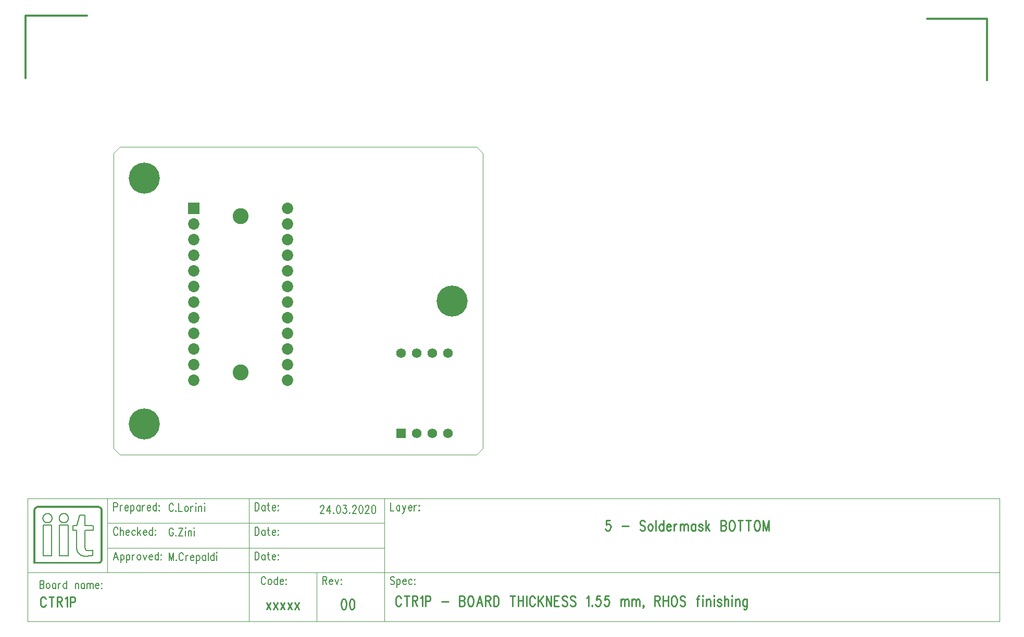
<source format=gbr>
*
*
G04 PADS VX.2.5 Build Number: 14503874 generated Gerber (RS-274-X) file*
G04 PC Version=2.1*
*
%IN "PCB_CTR1P_03.pcb"*%
*
%MOIN*%
*
%FSLAX35Y35*%
*
*
*
*
G04 PC Standard Apertures*
*
*
G04 Thermal Relief Aperture macro.*
%AMTER*
1,1,$1,0,0*
1,0,$1-$2,0,0*
21,0,$3,$4,0,0,45*
21,0,$3,$4,0,0,135*
%
*
*
G04 Annular Aperture macro.*
%AMANN*
1,1,$1,0,0*
1,0,$2,0,0*
%
*
*
G04 Odd Aperture macro.*
%AMODD*
1,1,$1,0,0*
1,0,$1-0.005,0,0*
%
*
*
G04 PC Custom Aperture Macros*
*
*
*
*
*
*
G04 PC Aperture Table*
*
%ADD010C,0.00394*%
%ADD014C,0.00591*%
%ADD016C,0.01*%
%ADD028C,0.001*%
%ADD037C,0.01181*%
%ADD052C,0.00787*%
%ADD056C,0.07287*%
%ADD067C,0.00591*%
%ADD068C,0.00591*%
%ADD081C,0.19885*%
%ADD084R,0.07287X0.07287*%
%ADD085C,0.102*%
%ADD087R,0.062X0.062*%
%ADD088C,0.062*%
*
*
*
*
G04 PC Circuitry*
G04 Layer Name PCB_CTR1P_03.pcb - circuitry*
%LPD*%
*
*
G04 PC Custom Flashes*
G04 Layer Name PCB_CTR1P_03.pcb - flashes*
%LPD*%
*
*
G04 PC Circuitry*
G04 Layer Name PCB_CTR1P_03.pcb - circuitry*
%LPD*%
*
G54D10*
G01X57087Y299866D02*
X61024Y303803D01*
X289370*
X293307Y299866*
Y110890*
X289370Y106953*
X61024*
X57087Y110890*
Y299866*
X2008Y78937D02*
X624055D01*
Y197*
X2008*
Y78937*
Y31693D02*
X53189D01*
Y78937*
X2008*
Y31693*
X53189Y47441D02*
X143740D01*
Y63189*
X53189*
Y47441*
Y31693D02*
X143740D01*
Y47441*
X53189*
Y31693*
X230354D02*
X624055D01*
Y78937*
X230354*
Y31693*
Y197D02*
X624055D01*
Y31693*
X230354*
Y197*
X143740D02*
X187047D01*
Y31693*
X143740*
Y197*
Y63189D02*
X230354D01*
Y78937*
X143740*
Y63189*
Y47441D02*
X230354D01*
Y63189*
X143740*
Y47441*
Y31693D02*
X230354D01*
Y47441*
X143740*
Y31693*
G54D14*
X57126Y76230D02*
Y71063D01*
Y76230D02*
X58737D01*
X59273Y75984*
X59452Y75738*
X59631Y75246*
Y74508*
X59452Y74016*
X59273Y73770*
X58737Y73524*
X57126*
X61242Y74508D02*
Y71063D01*
Y73031D02*
X61421Y73770D01*
X61779Y74262*
X62137Y74508*
X62674*
X64284Y73031D02*
X66432D01*
Y73524*
X66253Y74016*
X66074Y74262*
X65716Y74508*
X65179*
X64821Y74262*
X64463Y73770*
X64284Y73031*
Y72539*
X64463Y71801*
X64821Y71309*
X65179Y71063*
X65716*
X66074Y71309*
X66432Y71801*
X68042Y74508D02*
Y69341D01*
Y73770D02*
X68400Y74262D01*
X68758Y74508*
X69295*
X69653Y74262*
X70011Y73770*
X70190Y73031*
Y72539*
X70011Y71801*
X69653Y71309*
X69295Y71063*
X68758*
X68400Y71309*
X68042Y71801*
X73948Y74508D02*
Y71063D01*
Y73770D02*
X73590Y74262D01*
X73232Y74508*
X72695*
X72337Y74262*
X71979Y73770*
X71800Y73031*
Y72539*
X71979Y71801*
X72337Y71309*
X72695Y71063*
X73232*
X73590Y71309*
X73948Y71801*
X75558Y74508D02*
Y71063D01*
Y73031D02*
X75737Y73770D01*
X76095Y74262*
X76453Y74508*
X76990*
X78601Y73031D02*
X80748D01*
Y73524*
X80569Y74016*
X80390Y74262*
X80032Y74508*
X79495*
X79137Y74262*
X78780Y73770*
X78601Y73031*
Y72539*
X78780Y71801*
X79137Y71309*
X79495Y71063*
X80032*
X80390Y71309*
X80748Y71801*
X84506Y76230D02*
Y71063D01*
Y73770D02*
X84148Y74262D01*
X83790Y74508*
X83253*
X82895Y74262*
X82538Y73770*
X82359Y73031*
Y72539*
X82538Y71801*
X82895Y71309*
X83253Y71063*
X83790*
X84148Y71309*
X84506Y71801*
X86296Y74508D02*
X86117Y74262D01*
X86296Y74016*
X86475Y74262*
X86296Y74508*
Y71555D02*
X86117Y71309D01*
X86296Y71063*
X86475Y71309*
X86296Y71555*
X59810Y59252D02*
X59631Y59744D01*
X59273Y60236*
X58916Y60482*
X58200*
X57842Y60236*
X57484Y59744*
X57305Y59252*
X57126Y58514*
Y57283*
X57305Y56545*
X57484Y56053*
X57842Y55561*
X58200Y55315*
X58916*
X59273Y55561*
X59631Y56053*
X59810Y56545*
X61421Y60482D02*
Y55315D01*
Y57776D02*
X61958Y58514D01*
X62316Y58760*
X62853*
X63210Y58514*
X63389Y57776*
Y55315*
X65000Y57283D02*
X67147D01*
Y57776*
X66968Y58268*
X66968D02*
X66790Y58514D01*
X66432Y58760*
X65895*
X65537Y58514*
X65179Y58022*
X65000Y57283*
Y56791*
X65179Y56053*
X65537Y55561*
X65895Y55315*
X66432*
X66790Y55561*
X67147Y56053*
X70906Y58022D02*
X70548Y58514D01*
X70190Y58760*
X69653*
X69295Y58514*
X68937Y58022*
X68758Y57283*
Y56791*
X68937Y56053*
X69295Y55561*
X69653Y55315*
X70190*
X70548Y55561*
X70906Y56053*
X72516Y60482D02*
Y55315D01*
X74306Y58760D02*
X72516Y56299D01*
X73232Y57283D02*
X74485Y55315D01*
X76095Y57283D02*
X78243D01*
Y57776*
X78064Y58268*
X77885Y58514*
X77527Y58760*
X76990*
X76632Y58514*
X76274Y58022*
X76095Y57283*
Y56791*
X76274Y56053*
X76632Y55561*
X76990Y55315*
X77527*
X77885Y55561*
X78243Y56053*
X82001Y60482D02*
Y55315D01*
Y58022D02*
X81643Y58514D01*
X81285Y58760*
X80748*
X80390Y58514*
X80032Y58022*
X79853Y57283*
Y56791*
X80032Y56053*
X80390Y55561*
X80748Y55315*
X81285*
X81643Y55561*
X82001Y56053*
X83790Y58760D02*
X83611Y58514D01*
X83790Y58268*
X83969Y58514*
X83790Y58760*
Y55807D02*
X83611Y55561D01*
X83790Y55315*
X83969Y55561*
X83790Y55807*
X58558Y44734D02*
X57126Y39567D01*
X58558Y44734D02*
X59989Y39567D01*
X57663Y41289D02*
X59452D01*
X61600Y43012D02*
Y37844D01*
Y42274D02*
X61958Y42766D01*
X62316Y43012*
X62853*
X63210Y42766*
X63568Y42274*
X63747Y41535*
Y41043*
X63568Y40305*
X63210Y39813*
X62853Y39567*
X62316*
X61958Y39813*
X61600Y40305*
X65358Y43012D02*
Y37844D01*
Y42274D02*
X65716Y42766D01*
X66074Y43012*
X66611*
X66968Y42766*
X66968D02*
X67326Y42274D01*
X67505Y41535*
Y41043*
X67326Y40305*
X66968Y39813*
X66968D02*
X66611Y39567D01*
X66074*
X65716Y39813*
X65358Y40305*
X69116Y43012D02*
Y39567D01*
Y41535D02*
X69295Y42274D01*
X69653Y42766*
X70011Y43012*
X70548*
X73053D02*
X72695Y42766D01*
X72337Y42274*
X72158Y41535*
Y41043*
X72337Y40305*
X72695Y39813*
X73053Y39567*
X73590*
X73948Y39813*
X74306Y40305*
X74485Y41043*
Y41535*
X74306Y42274*
X73948Y42766*
X73590Y43012*
X73053*
X76095D02*
X77169Y39567D01*
X78243Y43012D02*
X77169Y39567D01*
X79853Y41535D02*
X82001D01*
Y42028*
X81822Y42520*
X81643Y42766*
X81285Y43012*
X80748*
X80390Y42766*
X80032Y42274*
X79853Y41535*
Y41043*
X80032Y40305*
X80390Y39813*
X80748Y39567*
X81285*
X81643Y39813*
X82001Y40305*
X85759Y44734D02*
Y39567D01*
Y42274D02*
X85401Y42766D01*
X85043Y43012*
X84506*
X84148Y42766*
X83790Y42274*
X83611Y41535*
Y41043*
X83790Y40305*
X84148Y39813*
X84506Y39567*
X85043*
X85401Y39813*
X85759Y40305*
X87548Y43012D02*
X87369Y42766D01*
X87548Y42520*
X87727Y42766*
X87548Y43012*
Y40059D02*
X87369Y39813D01*
X87548Y39567*
X87727Y39813*
X87548Y40059*
X95243Y74606D02*
X95064Y75098D01*
X94707Y75591*
X94349Y75837*
X93633*
X93275Y75591*
X92917Y75098*
X92738Y74606*
X92559Y73868*
Y72638*
X92738Y71900*
X92917Y71407*
X93275Y70915*
X93633Y70669*
X94349*
X94707Y70915*
X95064Y71407*
X95243Y71900*
X97033Y71161D02*
X96854Y70915D01*
X97033Y70669*
X97212Y70915*
X97033Y71161*
X98822Y75837D02*
Y70669D01*
X100970*
X103475Y74114D02*
X103117Y73868D01*
X102759Y73376*
X102581Y72638*
Y72146*
X102759Y71407*
X103117Y70915*
X103475Y70669*
X104012*
X104370Y70915*
X104728Y71407*
X104907Y72146*
Y72638*
X104728Y73376*
X104370Y73868*
X104012Y74114*
X103475*
X106518D02*
Y70669D01*
Y72638D02*
X106696Y73376D01*
X107054Y73868*
X107412Y74114*
X107949*
X109560Y75837D02*
X109739Y75591D01*
X109918Y75837*
X109739Y76083*
X109560Y75837*
X109739Y74114D02*
Y70669D01*
X111528Y74114D02*
Y70669D01*
Y73130D02*
X112065Y73868D01*
X112423Y74114*
X112960*
X113318Y73868*
X113497Y73130*
Y70669*
X115107Y75837D02*
X115286Y75591D01*
X115465Y75837*
X115286Y76083*
X115107Y75837*
X115286Y74114D02*
Y70669D01*
X95243Y58858D02*
X95064Y59350D01*
X94707Y59843*
X94349Y60089*
X93633*
X93275Y59843*
X92917Y59350*
X92738Y58858*
X92559Y58120*
Y56890*
X92738Y56152*
X92917Y55659*
X93275Y55167*
X93633Y54921*
X94349*
X94707Y55167*
X95064Y55659*
X95243Y56152*
Y56890*
X94349D02*
X95243D01*
X97033Y55413D02*
X96854Y55167D01*
X97033Y54921*
X97212Y55167*
X97033Y55413*
X101328Y60089D02*
X98822Y54921D01*
Y60089D02*
X101328D01*
X98822Y54921D02*
X101328D01*
X102938Y60089D02*
X103117Y59843D01*
X103296Y60089*
X103117Y60335*
X102938Y60089*
X103117Y58366D02*
Y54921D01*
X104907Y58366D02*
Y54921D01*
Y57382D02*
X105444Y58120D01*
X105802Y58366*
X106339*
X106696Y58120*
X106875Y57382*
Y54921*
X108486Y60089D02*
X108665Y59843D01*
X108844Y60089*
X108665Y60335*
X108486Y60089*
X108665Y58366D02*
Y54921D01*
X234291Y76230D02*
Y71063D01*
X236439*
X240197Y74508D02*
Y71063D01*
Y73770D02*
X239839Y74262D01*
X239481Y74508*
X238944*
X238586Y74262*
X238228Y73770*
X238049Y73031*
Y72539*
X238228Y71801*
X238586Y71309*
X238944Y71063*
X239481*
X239839Y71309*
X240197Y71801*
X241986Y74508D02*
X243060Y71063D01*
X244134Y74508D02*
X243060Y71063D01*
X242702Y70079*
X242344Y69587*
X241986Y69341*
X241807*
X245744Y73031D02*
X247892D01*
Y73524*
X247713Y74016*
X247534Y74262*
X247176Y74508*
X246639*
X246281Y74262*
X245923Y73770*
X245744Y73031*
Y72539*
X245923Y71801*
X246281Y71309*
X246639Y71063*
X247176*
X247534Y71309*
X247892Y71801*
X249503Y74508D02*
Y71063D01*
Y73031D02*
X249681Y73770D01*
X250039Y74262*
X250397Y74508*
X250934*
X252724D02*
X252545Y74262D01*
X252724Y74016*
X252903Y74262*
X252724Y74508*
Y71555D02*
X252545Y71309D01*
X252724Y71063*
X252903Y71309*
X252724Y71555*
X9921Y26435D02*
Y21268D01*
Y26435D02*
X11532D01*
X12069Y26189*
X12248Y25943*
X12427Y25451*
Y24959*
X12248Y24467*
X12069Y24220*
X11532Y23974*
X9921D02*
X11532D01*
X12069Y23728*
X12248Y23482*
X12427Y22990*
Y22252*
X12248Y21760*
X12069Y21514*
X11532Y21268*
X9921*
X14932Y24713D02*
X14574Y24467D01*
X14216Y23974*
X14037Y23236*
Y22744*
X14216Y22006*
X14574Y21514*
X14932Y21268*
X15469*
X15827Y21514*
X16185Y22006*
X16364Y22744*
Y23236*
X16185Y23974*
X15827Y24467*
X15469Y24713*
X14932*
X20122D02*
Y21268D01*
Y23974D02*
X19764Y24467D01*
X19406Y24713*
X18869*
X18511Y24467*
X18153Y23974*
X17974Y23236*
Y22744*
X18153Y22006*
X18511Y21514*
X18869Y21268*
X19406*
X19764Y21514*
X20122Y22006*
X21732Y24713D02*
Y21268D01*
Y23236D02*
X21911Y23974D01*
X22269Y24467*
X22627Y24713*
X23164*
X26922Y26435D02*
Y21268D01*
Y23974D02*
X26564Y24467D01*
X26206Y24713*
X25669*
X25311Y24467*
X24953Y23974*
X24775Y23236*
Y22744*
X24953Y22006*
X25311Y21514*
X25669Y21268*
X26206*
X26564Y21514*
X26922Y22006*
X32649Y24713D02*
Y21268D01*
Y23728D02*
X33185Y24467D01*
X33543Y24713*
X34080*
X34438Y24467*
X34617Y23728*
Y21268*
X38375Y24713D02*
Y21268D01*
Y23974D02*
X38017Y24467D01*
X37659Y24713*
X37122*
X36764Y24467*
X36407Y23974*
X36228Y23236*
Y22744*
X36407Y22006*
X36764Y21514*
X37122Y21268*
X37659*
X38017Y21514*
X38375Y22006*
X39986Y24713D02*
Y21268D01*
Y23728D02*
X40523Y24467D01*
X40880Y24713*
X41417*
X41775Y24467*
X41954Y23728*
Y21268*
Y23728D02*
X42491Y24467D01*
X42849Y24713*
X43386*
X43744Y24467*
X43923Y23728*
Y21268*
X45533Y23236D02*
X47681D01*
Y23728*
X47502Y24220*
X47323Y24467*
X46965Y24713*
X46428*
X46070Y24467*
X45712Y23974*
X45533Y23236*
Y22744*
X45712Y22006*
X46070Y21514*
X46428Y21268*
X46965*
X47323Y21514*
X47681Y22006*
X49470Y24713D02*
X49291Y24467D01*
X49470Y24220*
X49649Y24467*
X49470Y24713*
Y21760D02*
X49291Y21514D01*
X49470Y21268*
X49649Y21514*
X49470Y21760*
X154298Y27756D02*
X154120Y28248D01*
X153762Y28740*
X153404Y28986*
X152688*
X152330Y28740*
X151972Y28248*
X151793Y27756*
X151614Y27018*
Y25787*
X151793Y25049*
X151972Y24557*
X152330Y24065*
X152688Y23819*
X153404*
X153762Y24065*
X154120Y24557*
X154298Y25049*
X156804Y27264D02*
X156446Y27018D01*
X156088Y26526*
X155909Y25787*
Y25295*
X156088Y24557*
X156446Y24065*
X156804Y23819*
X157341*
X157699Y24065*
X158057Y24557*
X158235Y25295*
X158235D02*
Y25787D01*
X158235D02*
X158057Y26526D01*
X157699Y27018*
X157341Y27264*
X156804*
X161994Y28986D02*
Y23819D01*
Y26526D02*
X161636Y27018D01*
X161278Y27264*
X160741*
X160383Y27018*
X160025Y26526*
X159846Y25787*
Y25295*
X160025Y24557*
X160383Y24065*
X160741Y23819*
X161278*
X161636Y24065*
X161994Y24557*
X163604Y25787D02*
X165752D01*
Y26280*
X165573Y26772*
X165394Y27018*
X165036Y27264*
X164499*
X164141Y27018*
X163783Y26526*
X163604Y25787*
Y25295*
X163783Y24557*
X164141Y24065*
X164499Y23819*
X165036*
X165394Y24065*
X165752Y24557*
X167541Y27264D02*
X167362Y27018D01*
X167541Y26772*
X167720Y27018*
X167541Y27264*
Y24311D02*
X167362Y24065D01*
X167541Y23819*
X167720Y24065*
X167541Y24311*
X190984Y28986D02*
Y23819D01*
Y28986D02*
X192595D01*
X193132Y28740*
X193311Y28494*
X193490Y28002*
Y27510*
X193311Y27018*
X193132Y26772*
X192595Y26526*
X190984*
X192237D02*
X193490Y23819D01*
X195100Y25787D02*
X197248D01*
Y26280*
X197069Y26772*
X196890Y27018*
X196532Y27264*
X195995*
X195637Y27018*
X195279Y26526*
X195100Y25787*
Y25295*
X195279Y24557*
X195637Y24065*
X195995Y23819*
X196532*
X196890Y24065*
X197248Y24557*
X198858Y27264D02*
X199932Y23819D01*
X201006Y27264D02*
X199932Y23819D01*
X202795Y27264D02*
X202616Y27018D01*
X202795Y26772*
X202974Y27018*
X202795Y27264*
Y24311D02*
X202616Y24065D01*
X202795Y23819*
X202974Y24065*
X202795Y24311*
X236797Y28248D02*
X236439Y28740D01*
X235902Y28986*
X235186*
X234649Y28740*
X234291Y28248*
Y27756*
X234470Y27264*
X234649Y27018*
X235007Y26772*
X236081Y26280*
X236439Y26033*
X236618Y25787*
X236797Y25295*
Y24557*
X236439Y24065*
X235902Y23819*
X235186*
X234649Y24065*
X234291Y24557*
X238407Y27264D02*
Y22096D01*
Y26526D02*
X238765Y27018D01*
X239123Y27264*
X239660*
X240018Y27018*
X240376Y26526*
X240555Y25787*
Y25295*
X240376Y24557*
X240018Y24065*
X239660Y23819*
X239123*
X238765Y24065*
X238407Y24557*
X242165Y25787D02*
X244313D01*
Y26280*
X244134Y26772*
X243955Y27018*
X243597Y27264*
X243060*
X242702Y27018*
X242344Y26526*
X242165Y25787*
Y25295*
X242344Y24557*
X242702Y24065*
X243060Y23819*
X243597*
X243955Y24065*
X244313Y24557*
X248071Y26526D02*
X247713Y27018D01*
X247355Y27264*
X246818*
X246460Y27018*
X246102Y26526*
X245923Y25787*
Y25295*
X246102Y24557*
X246460Y24065*
X246818Y23819*
X247355*
X247713Y24065*
X248071Y24557*
X249860Y27264D02*
X249681Y27018D01*
X249860Y26772*
X250039Y27018*
X249860Y27264*
Y24311D02*
X249681Y24065D01*
X249860Y23819*
X250039Y24065*
X249860Y24311*
X147677Y76230D02*
Y71063D01*
Y76230D02*
X148930D01*
X149467Y75984*
X149825Y75492*
X150004Y75000*
X150183Y74262*
Y73031*
X150004Y72293*
X149825Y71801*
X149467Y71309*
X148930Y71063*
X147677*
X153941Y74508D02*
Y71063D01*
Y73770D02*
X153583Y74262D01*
X153225Y74508*
X152688*
X152330Y74262*
X151972Y73770*
X151793Y73031*
Y72539*
X151972Y71801*
X152330Y71309*
X152688Y71063*
X153225*
X153583Y71309*
X153941Y71801*
X156088Y76230D02*
Y72047D01*
X156267Y71309*
X156625Y71063*
X156983*
X155551Y74508D02*
X156804D01*
X158593Y73031D02*
X160741D01*
Y73524*
X160562Y74016*
X160383Y74262*
X160025Y74508*
X159488*
X159130Y74262*
X158772Y73770*
X158593Y73031*
Y72539*
X158772Y71801*
X159130Y71309*
X159488Y71063*
X160025*
X160383Y71309*
X160741Y71801*
X162530Y74508D02*
X162351Y74262D01*
X162530Y74016*
X162709Y74262*
X162530Y74508*
Y71555D02*
X162351Y71309D01*
X162530Y71063*
X162709Y71309*
X162530Y71555*
X147677Y60482D02*
Y55315D01*
Y60482D02*
X148930D01*
X149467Y60236*
X149825Y59744*
X150004Y59252*
X150183Y58514*
Y57283*
X150004Y56545*
X149825Y56053*
X149467Y55561*
X148930Y55315*
X147677*
X153941Y58760D02*
Y55315D01*
Y58022D02*
X153583Y58514D01*
X153225Y58760*
X152688*
X152330Y58514*
X151972Y58022*
X151793Y57283*
Y56791*
X151972Y56053*
X152330Y55561*
X152688Y55315*
X153225*
X153583Y55561*
X153941Y56053*
X156088Y60482D02*
Y56299D01*
X156267Y55561*
X156625Y55315*
X156983*
X155551Y58760D02*
X156804D01*
X158593Y57283D02*
X160741D01*
Y57776*
X160562Y58268*
X160383Y58514*
X160025Y58760*
X159488*
X159130Y58514*
X158772Y58022*
X158593Y57283*
Y56791*
X158772Y56053*
X159130Y55561*
X159488Y55315*
X160025*
X160383Y55561*
X160741Y56053*
X162530Y58760D02*
X162351Y58514D01*
X162530Y58268*
X162709Y58514*
X162530Y58760*
Y55807D02*
X162351Y55561D01*
X162530Y55315*
X162709Y55561*
X162530Y55807*
X147677Y44734D02*
Y39567D01*
Y44734D02*
X148930D01*
X149467Y44488*
X149825Y43996*
X150004Y43504*
X150183Y42766*
Y41535*
X150004Y40797*
X149825Y40305*
X149467Y39813*
X148930Y39567*
X147677*
X153941Y43012D02*
Y39567D01*
Y42274D02*
X153583Y42766D01*
X153225Y43012*
X152688*
X152330Y42766*
X151972Y42274*
X151793Y41535*
Y41043*
X151972Y40305*
X152330Y39813*
X152688Y39567*
X153225*
X153583Y39813*
X153941Y40305*
X156088Y44734D02*
Y40551D01*
X156267Y39813*
X156625Y39567*
X156983*
X155551Y43012D02*
X156804D01*
X158593Y41535D02*
X160741D01*
Y42028*
X160562Y42520*
X160383Y42766*
X160025Y43012*
X159488*
X159130Y42766*
X158772Y42274*
X158593Y41535*
Y41043*
X158772Y40305*
X159130Y39813*
X159488Y39567*
X160025*
X160383Y39813*
X160741Y40305*
X162530Y43012D02*
X162351Y42766D01*
X162530Y42520*
X162709Y42766*
X162530Y43012*
Y40059D02*
X162351Y39813D01*
X162530Y39567*
X162709Y39813*
X162530Y40059*
G54D16*
X374805Y64893D02*
X372532D01*
X372305Y62081*
X372532Y62393*
X373214Y62706*
X373896*
X374578Y62393*
X375032Y61768*
X375259Y60831*
X375032Y60206*
X374805Y59268*
X374350Y58643*
X373669Y58331*
X372987*
X372305Y58643*
X372078Y58956*
X371850Y59581*
X382532Y61143D02*
X386623D01*
X397078Y63956D02*
X396623Y64581D01*
X395941Y64893*
X395032*
X394350Y64581*
X393896Y63956*
Y63331*
X394123Y62706*
X394350Y62393*
X394805Y62081*
X396169Y61456*
X396623Y61143*
X396850Y60831*
X397078Y60206*
Y59268*
X396623Y58643*
X395941Y58331*
X395032*
X394350Y58643*
X393896Y59268*
X400259Y62706D02*
X399805Y62393D01*
X399350Y61768*
X399123Y60831*
Y60206*
X399350Y59268*
X399805Y58643*
X400259Y58331*
X400941*
X401396Y58643*
X401850Y59268*
X402078Y60206*
Y60831*
X401850Y61768*
X401396Y62393*
X400941Y62706*
X400259*
X404123Y64893D02*
Y58331D01*
X408896Y64893D02*
Y58331D01*
Y61768D02*
X408441Y62393D01*
X407987Y62706*
X407305*
X406850Y62393*
X406396Y61768*
X406169Y60831*
Y60206*
X406396Y59268*
X406850Y58643*
X407305Y58331*
X407987*
X408441Y58643*
X408896Y59268*
X410941Y60831D02*
X413669D01*
Y61456*
X413441Y62081*
X413214Y62393*
X412759Y62706*
X412078*
X411623Y62393*
X411169Y61768*
X410941Y60831*
Y60206*
X411169Y59268*
X411623Y58643*
X412078Y58331*
X412759*
X413214Y58643*
X413669Y59268*
X415714Y62706D02*
Y58331D01*
Y60831D02*
X415941Y61768D01*
X416396Y62393*
X416850Y62706*
X417532*
X419578D02*
Y58331D01*
Y61456D02*
X420259Y62393D01*
X420714Y62706*
X421396*
X421850Y62393*
X422078Y61456*
Y58331*
Y61456D02*
X422759Y62393D01*
X423214Y62706*
X423896*
X424350Y62393*
X424578Y61456*
Y58331*
X429350Y62706D02*
Y58331D01*
Y61768D02*
X428896Y62393D01*
X428441Y62706*
X427759*
X427305Y62393*
X426850Y61768*
X426623Y60831*
Y60206*
X426850Y59268*
X427305Y58643*
X427759Y58331*
X428441*
X428896Y58643*
X429350Y59268*
X433896Y61768D02*
X433669Y62393D01*
X432987Y62706*
X432305*
X431623Y62393*
X431396Y61768*
X431623Y61143*
X432078Y60831*
X433214Y60518*
X433669Y60206*
X433896Y59581*
Y59268*
X433669Y58643*
X432987Y58331*
X432305*
X431623Y58643*
X431396Y59268*
X435941Y64893D02*
Y58331D01*
X438214Y62706D02*
X435941Y59581D01*
X436850Y60831D02*
X438441Y58331D01*
X445714Y64893D02*
Y58331D01*
Y64893D02*
X447759D01*
X448441Y64581*
X448669Y64268*
X448896Y63643*
Y63018*
X448669Y62393*
X448441Y62081*
X447759Y61768*
X445714D02*
X447759D01*
X448441Y61456*
X448669Y61143*
X448896Y60518*
Y59581*
X448669Y58956*
X448441Y58643*
X447759Y58331*
X445714*
X452305Y64893D02*
X451850Y64581D01*
X451396Y63956*
X451169Y63331*
X450941Y62393*
Y60831*
X451169Y59893*
X451396Y59268*
X451850Y58643*
X452305Y58331*
X453214*
X453669Y58643*
X454123Y59268*
X454350Y59893*
X454578Y60831*
Y62393*
X454350Y63331*
X454123Y63956*
X453669Y64581*
X453214Y64893*
X452305*
X458214D02*
Y58331D01*
X456623Y64893D02*
X459805D01*
X463441D02*
Y58331D01*
X461850Y64893D02*
X465032D01*
X468441D02*
X467987Y64581D01*
X467532Y63956*
X467305Y63331*
X467078Y62393*
Y60831*
X467305Y59893*
X467532Y59268*
X467987Y58643*
X468441Y58331*
X469350*
X469805Y58643*
X470259Y59268*
X470487Y59893*
X470714Y60831*
Y62393*
X470487Y63331*
X470259Y63956*
X469805Y64581*
X469350Y64893*
X468441*
X472759D02*
Y58331D01*
Y64893D02*
X474578Y58331D01*
X476396Y64893D02*
X474578Y58331D01*
X476396Y64893D02*
Y58331D01*
X241008Y15102D02*
X240780Y15727D01*
X240326Y16352*
X239871Y16665*
X238962*
X238508Y16352*
X238053Y15727*
X237826Y15102*
X237598Y14165*
Y12602*
X237826Y11665*
X238053Y11040*
X238508Y10415*
X238962Y10102*
X239871*
X240326Y10415*
X240780Y11040*
X241008Y11665*
X244644Y16665D02*
Y10102D01*
X243053Y16665D02*
X246235D01*
X248280D02*
Y10102D01*
Y16665D02*
X250326D01*
X251008Y16352*
X251235Y16040*
X251462Y15415*
Y14790*
X251235Y14165*
X251008Y13852*
X250326Y13540*
X248280*
X249871D02*
X251462Y10102D01*
X253508Y15415D02*
X253962Y15727D01*
X254644Y16665*
Y10102*
X256689Y16665D02*
Y10102D01*
Y16665D02*
X258735D01*
X259417Y16352*
X259644Y16040*
X259871Y15415*
Y14477*
X259644Y13852*
X259417Y13540*
X258735Y13227*
X256689*
X267144Y12915D02*
X271235D01*
X278508Y16665D02*
Y10102D01*
Y16665D02*
X280553D01*
X281235Y16352*
X281462Y16040*
X281689Y15415*
Y14790*
X281462Y14165*
X281235Y13852*
X280553Y13540*
X278508D02*
X280553D01*
X281235Y13227*
X281462Y12915*
X281689Y12290*
Y11352*
X281462Y10727*
X281235Y10415*
X280553Y10102*
X278508*
X285098Y16665D02*
X284644Y16352D01*
X284189Y15727*
X283962Y15102*
X283735Y14165*
Y12602*
X283962Y11665*
X284189Y11040*
X284644Y10415*
X285098Y10102*
X286008*
X286462Y10415*
X286917Y11040*
X287144Y11665*
X287371Y12602*
Y14165*
X287144Y15102*
X286917Y15727*
X286462Y16352*
X286008Y16665*
X285098*
X291235D02*
X289417Y10102D01*
X291235Y16665D02*
X293053Y10102D01*
X290098Y12290D02*
X292371D01*
X295098Y16665D02*
Y10102D01*
Y16665D02*
X297144D01*
X297826Y16352*
X298053Y16040*
X298280Y15415*
Y14790*
X298053Y14165*
X297826Y13852*
X297144Y13540*
X295098*
X296689D02*
X298280Y10102D01*
X300326Y16665D02*
Y10102D01*
Y16665D02*
X301917D01*
X302598Y16352*
X303053Y15727*
X303280Y15102*
X303508Y14165*
Y12602*
X303280Y11665*
X303053Y11040*
X302598Y10415*
X301917Y10102*
X300326*
X312371Y16665D02*
Y10102D01*
X310780Y16665D02*
X313962D01*
X316008D02*
Y10102D01*
X319189Y16665D02*
Y10102D01*
X316008Y13540D02*
X319189D01*
X321235Y16665D02*
Y10102D01*
X326689Y15102D02*
X326462Y15727D01*
X326008Y16352*
X325553Y16665*
X324644*
X324189Y16352*
X323735Y15727*
X323508Y15102*
X323280Y14165*
Y12602*
X323508Y11665*
X323735Y11040*
X324189Y10415*
X324644Y10102*
X325553*
X326008Y10415*
X326462Y11040*
X326689Y11665*
X328735Y16665D02*
Y10102D01*
X331917Y16665D02*
X328735Y12290D01*
X329871Y13852D02*
X331917Y10102D01*
X333962Y16665D02*
Y10102D01*
Y16665D02*
X337144Y10102D01*
Y16665D02*
Y10102D01*
X339189Y16665D02*
Y10102D01*
Y16665D02*
X342144D01*
X339189Y13540D02*
X341008D01*
X339189Y10102D02*
X342144D01*
X347371Y15727D02*
X346917Y16352D01*
X346235Y16665*
X345326*
X344644Y16352*
X344189Y15727*
Y15102*
X344417Y14477*
X344644Y14165*
X345098Y13852*
X346462Y13227*
X346917Y12915*
X347144Y12602*
X347371Y11977*
Y11040*
X346917Y10415*
X346235Y10102*
X345326*
X344644Y10415*
X344189Y11040*
X352598Y15727D02*
X352144Y16352D01*
X351462Y16665*
X350553*
X349871Y16352*
X349417Y15727*
Y15102*
X349644Y14477*
X349871Y14165*
X350326Y13852*
X351689Y13227*
X352144Y12915*
X352371Y12602*
X352598Y11977*
Y11040*
X352144Y10415*
X351462Y10102*
X350553*
X349871Y10415*
X349417Y11040*
X359871Y15415D02*
X360326Y15727D01*
X361008Y16665*
Y10102*
X363280Y10727D02*
X363053Y10415D01*
X363280Y10102*
X363508Y10415*
X363280Y10727*
X368508Y16665D02*
X366235D01*
X366008Y13852*
X366235Y14165*
X366917Y14477*
X367598*
X368280Y14165*
X368735Y13540*
X368962Y12602*
X368735Y11977*
X368508Y11040*
X368053Y10415*
X367371Y10102*
X366689*
X366008Y10415*
X365780Y10727*
X365553Y11352*
X373962Y16665D02*
X371689D01*
X371462Y13852*
X371689Y14165*
X372371Y14477*
X373053*
X373735Y14165*
X374189Y13540*
X374417Y12602*
X374189Y11977*
X373962Y11040*
X373508Y10415*
X372826Y10102*
X372144*
X371462Y10415*
X371235Y10727*
X371008Y11352*
X381689Y14477D02*
Y10102D01*
Y13227D02*
X382371Y14165D01*
X382826Y14477*
X383508*
X383962Y14165*
X384189Y13227*
Y10102*
Y13227D02*
X384871Y14165D01*
X385326Y14477*
X386008*
X386462Y14165*
X386689Y13227*
Y10102*
X388735Y14477D02*
Y10102D01*
Y13227D02*
X389417Y14165D01*
X389871Y14477*
X390553*
X391008Y14165*
X391235Y13227*
Y10102*
Y13227D02*
X391917Y14165D01*
X392371Y14477*
X393053*
X393508Y14165*
X393735Y13227*
Y10102*
X396235Y10415D02*
X396008Y10102D01*
X395780Y10415*
X396008Y10727*
X396235Y10415*
Y9790*
X396008Y9165*
X395780Y8852*
X403508Y16665D02*
Y10102D01*
Y16665D02*
X405553D01*
X406235Y16352*
X406462Y16040*
X406689Y15415*
Y14790*
X406462Y14165*
X406235Y13852*
X405553Y13540*
X403508*
X405098D02*
X406689Y10102D01*
X408735Y16665D02*
Y10102D01*
X411917Y16665D02*
Y10102D01*
X408735Y13540D02*
X411917D01*
X415326Y16665D02*
X414871Y16352D01*
X414417Y15727*
X414189Y15102*
X413962Y14165*
Y12602*
X414189Y11665*
X414417Y11040*
X414871Y10415*
X415326Y10102*
X416235*
X416689Y10415*
X417144Y11040*
X417371Y11665*
X417598Y12602*
Y14165*
X417371Y15102*
X417144Y15727*
X416689Y16352*
X416235Y16665*
X415326*
X422826Y15727D02*
X422371Y16352D01*
X421689Y16665*
X420780*
X420098Y16352*
X419644Y15727*
Y15102*
X419871Y14477*
X420098Y14165*
X420553Y13852*
X421917Y13227*
X422371Y12915*
X422598Y12602*
X422826Y11977*
Y11040*
X422371Y10415*
X421689Y10102*
X420780*
X420098Y10415*
X419644Y11040*
X431917Y16665D02*
X431462D01*
X431008Y16352*
X430780Y15415*
Y10102*
X430098Y14477D02*
X431689D01*
X433962Y16665D02*
X434189Y16352D01*
X434417Y16665*
X434189Y16977*
X433962Y16665*
X434189Y14477D02*
Y10102D01*
X436462Y14477D02*
Y10102D01*
Y13227D02*
X437144Y14165D01*
X437598Y14477*
X438280*
X438735Y14165*
X438962Y13227*
Y10102*
X441008Y16665D02*
X441235Y16352D01*
X441462Y16665*
X441235Y16977*
X441008Y16665*
X441235Y14477D02*
Y10102D01*
X446008Y13540D02*
X445780Y14165D01*
X445098Y14477*
X444417*
X443735Y14165*
X443508Y13540*
X443735Y12915*
X444189Y12602*
X445326Y12290*
X445780Y11977*
X446008Y11352*
Y11040*
X445780Y10415*
X445098Y10102*
X444417*
X443735Y10415*
X443508Y11040*
X448053Y16665D02*
Y10102D01*
Y13227D02*
X448735Y14165D01*
X449189Y14477*
X449871*
X450326Y14165*
X450553Y13227*
Y10102*
X452598Y16665D02*
X452826Y16352D01*
X453053Y16665*
X452826Y16977*
X452598Y16665*
X452826Y14477D02*
Y10102D01*
X455098Y14477D02*
Y10102D01*
Y13227D02*
X455780Y14165D01*
X456235Y14477*
X456917*
X457371Y14165*
X457598Y13227*
Y10102*
X462371Y14477D02*
Y9477D01*
X462144Y8540*
X461917Y8227*
X461462Y7915*
X460780*
X460326Y8227*
X462371Y13540D02*
X461917Y14165D01*
X461462Y14477*
X460780*
X460326Y14165*
X459871Y13540*
X459644Y12602*
Y11977*
X459871Y11040*
X460326Y10415*
X460780Y10102*
X461462*
X461917Y10415*
X462371Y11040*
X13645Y14512D02*
X13418Y15137D01*
X12963Y15762*
X12509Y16074*
X11600*
X11145Y15762*
X10691Y15137*
X10463Y14512*
X10236Y13574*
Y12012*
X10463Y11074*
X10691Y10449*
X11145Y9824*
X11600Y9512*
X12509*
X12963Y9824*
X13418Y10449*
X13645Y11074*
X17282Y16074D02*
Y9512D01*
X15691Y16074D02*
X18873D01*
X20918D02*
Y9512D01*
Y16074D02*
X22963D01*
X23645Y15762*
X23873Y15449*
X24100Y14824*
Y14199*
X23873Y13574*
X23645Y13262*
X22963Y12949*
X20918*
X22509D02*
X24100Y9512D01*
X26145Y14824D02*
X26600Y15137D01*
X27282Y16074*
Y9512*
X29327Y16074D02*
Y9512D01*
Y16074D02*
X31373D01*
X32054Y15762*
X32282Y15449*
X32509Y14824*
Y13887*
X32282Y13262*
X32054Y12949*
X31373Y12637*
X29327*
X154961Y12446D02*
X157461Y8071D01*
Y12446D02*
X154961Y8071D01*
X159506Y12446D02*
X162006Y8071D01*
Y12446D02*
X159506Y8071D01*
X164052Y12446D02*
X166552Y8071D01*
Y12446D02*
X164052Y8071D01*
X168597Y12446D02*
X171097Y8071D01*
Y12446D02*
X168597Y8071D01*
X173142Y12446D02*
X175642Y8071D01*
Y12446D02*
X173142Y8071D01*
X204159Y14633D02*
X203477Y14321D01*
X203023Y13383*
X202795Y11821*
Y10883*
X203023Y9321*
X203477Y8383*
X204159Y8071*
X204613*
X205295Y8383*
X205750Y9321*
X205977Y10883*
Y11821*
X205750Y13383*
X205295Y14321*
X204613Y14633*
X204159*
X209386D02*
X208704Y14321D01*
X208250Y13383*
X208023Y11821*
Y10883*
X208250Y9321*
X208704Y8383*
X209386Y8071*
X209841*
X210523Y8383*
X210977Y9321*
X211204Y10883*
Y11821*
X210977Y13383*
X210523Y14321*
X209841Y14633*
X209386*
G54D28*
G54D37*
X591Y348094D02*
Y387465D01*
Y387858D02*
X39961D01*
X577756Y385890D02*
X615945D01*
Y346520*
G54D52*
X33504Y61614D02*
X33549Y61779D01*
X33595Y61944*
X33640Y62108*
X33686Y62273*
X33732Y62438*
X33777Y62602*
X33823Y62767*
X33869Y62932*
X33915Y63096*
X33961Y63261*
X34007Y63426*
X34053Y63590*
X34099Y63755*
X34145Y63919*
X34191Y64084*
X34237Y64249*
X34283Y64413*
X34329Y64578*
X34375Y64742*
X34421Y64907*
X34467Y65072*
X34513Y65236*
X34559Y65401*
X34604Y65566*
X34650Y65730*
X34696Y65895*
X34741Y66060*
X34787Y66224*
X34832Y66389*
X34877Y66554*
X34922Y66719*
X34967Y66884*
X35012Y67049*
X35057Y67214*
X35101Y67379*
X35146Y67544*
X35190Y67709*
X35234Y67874*
X35278Y68039*
X30950Y61481D02*
X31014Y61484D01*
X31078Y61486*
X31142Y61489*
X31206Y61492*
X31270Y61495*
X31333Y61497*
X31333D02*
X31397Y61500D01*
X31461Y61503*
X31525Y61506*
X31589Y61509*
X31653Y61512*
X31717Y61515*
X31780Y61519*
X31844Y61522*
X31908Y61525*
X31972Y61528*
X32036Y61532*
X32100Y61535*
X32163Y61539*
X32227Y61542*
X32291Y61545*
X32355Y61549*
X32419Y61552*
X32483Y61556*
X32546Y61559*
X32610Y61563*
X32674Y61567*
X32738Y61570*
X32802Y61574*
X32866Y61578*
X32929Y61581*
X32993Y61585*
X33057Y61588*
X33121Y61592*
X33185Y61596*
X33249Y61599*
X33312Y61603*
X33376Y61607*
X33440Y61611*
X33309Y58607D02*
X33250Y58608D01*
X33191*
X33132*
X33073*
X33014*
X32955*
X32896*
X32837*
X32778*
X32719*
X32660*
X32601*
X32542*
X32483*
X32424*
X32365*
X32306*
X32247*
X32188*
X32129*
X32070*
X32011*
X31952*
X31893*
X31835*
X31776*
X31717*
X31658Y58607*
X31599*
X31540*
X31481*
X31422Y58608*
X31363*
X31304*
X31245*
X31186*
X31127*
X31068*
X31009*
X34030Y45048D02*
X33990Y45134D01*
X33951Y45220*
X33914Y45307*
X33878Y45395*
X33843Y45482*
X33809Y45571*
X33777Y45660*
X33746Y45749*
X33716Y45838*
X33688Y45928*
X33661Y46019*
X33634Y46109*
X33609Y46200*
X33586Y46292*
X33563Y46383*
X33541Y46475*
X33521Y46568*
X33501Y46660*
X33483Y46753*
X33466Y46846*
X33449Y46939*
X33434Y47032*
X33420Y47126*
X33406Y47220*
X33394Y47313*
X33382Y47407*
X33372Y47501*
X33362Y47596*
X33353Y47690*
X33345Y47784*
X33338Y47879*
X33332Y47973*
X33326Y48067*
X33321Y48162*
X33317Y48256*
X33314Y48351*
X33311Y48445*
X33310Y48539*
X33308Y48634*
X37057Y42351D02*
X36958Y42384D01*
X36860Y42420*
X36762Y42457*
X36666Y42497*
X36570Y42538*
X36476Y42582*
X36382Y42628*
X36290Y42675*
X36198Y42725*
X36108Y42776*
X36018Y42830*
X35930Y42885*
X35843Y42942*
X35757Y43001*
X35672Y43061*
X35589Y43123*
X35507Y43187*
X35426Y43253*
X35346Y43320*
X35268Y43389*
X35191Y43459*
X35116Y43531*
X35042Y43604*
X34969Y43679*
X34898Y43755*
X34829Y43833*
X34761Y43912*
X34694Y43992*
X34629Y44074*
X34566Y44157*
X34504Y44241*
X34445Y44326*
X34386Y44413*
X34330Y44500*
X34275Y44589*
X34223Y44679*
X34172Y44769*
X34123Y44861*
X34075Y44954*
X40352Y42077D02*
X40269Y42073D01*
X40186Y42069*
X40103Y42065*
X40020Y42062*
X39937Y42058*
X39854Y42055*
X39771Y42051*
X39687Y42048*
X39604Y42046*
X39520Y42044*
X39437Y42042*
X39354Y42040*
X39270Y42039*
X39187*
X39103*
X39020Y42040*
X38936Y42041*
X38853Y42043*
X38770Y42046*
X38686Y42050*
X38603Y42054*
X38520Y42059*
X38437Y42066*
X38355Y42073*
X38272Y42081*
X38189Y42090*
X38107Y42100*
X38025Y42112*
X37943Y42124*
X37861Y42138*
X37780Y42153*
X37698Y42169*
X37617Y42187*
X37536Y42206*
X37456Y42226*
X37375Y42248*
X37295Y42271*
X37215Y42296*
X37136Y42323*
X43828Y42733D02*
X43745Y42701D01*
X43661Y42669*
X43578Y42639*
X43494Y42610*
X43409Y42582*
X43325Y42555*
X43240Y42529*
X43155Y42505*
X43069Y42481*
X42984Y42458*
X42898Y42435*
X42812Y42414*
X42726Y42394*
X42639Y42374*
X42552Y42355*
X42466Y42337*
X42378Y42320*
X42378D02*
X42291Y42304D01*
X42204Y42288*
X42116Y42273*
X42029Y42258*
X41941Y42245*
X41853Y42231*
X41765Y42219*
X41677Y42207*
X41589Y42195*
X41501Y42184*
X41412Y42174*
X41324Y42164*
X41235Y42154*
X41147Y42145*
X41059Y42136*
X40970Y42128*
X40882Y42120*
X40793Y42112*
X40705Y42104*
X40616Y42097*
X40528Y42090*
X40440Y42084*
X43831Y45881D02*
Y45803D01*
X43830Y45724*
Y45645*
Y45566*
Y45488*
Y45409*
Y45330*
Y45252*
Y45173*
Y45094*
Y45016*
Y44937*
Y44858*
Y44779*
Y44701*
Y44622*
Y44543*
Y44465*
Y44386*
Y44307*
Y44228*
Y44150*
Y44071*
Y43992*
Y43914*
Y43835*
Y43756*
Y43678*
Y43599*
Y43520*
Y43441*
Y43363*
X43829Y43284*
Y43205*
Y43127*
Y43048*
Y42969*
X43828Y42890*
Y42812*
X41550Y45488D02*
X41608D01*
X41666Y45489*
X41725Y45491*
X41783Y45493*
X41841Y45496*
X41898Y45500*
X41898D02*
X41956Y45504D01*
X42014Y45509*
X42072Y45514*
X42130Y45520*
X42187Y45527*
X42245Y45534*
X42302Y45541*
X42360Y45549*
X42417Y45558*
X42474Y45567*
X42532Y45576*
X42589Y45586*
X42646Y45596*
X42703Y45607*
X42760Y45618*
X42817Y45629*
X42874Y45641*
X42931Y45653*
X42987Y45665*
X43044Y45678*
X43101Y45691*
X43157Y45705*
X43214Y45718*
X43270Y45732*
X43326Y45746*
X43383Y45760*
X43439Y45775*
X43495Y45790*
X43551Y45805*
X43607Y45820*
X43663Y45835*
X43719Y45850*
X43775Y45866*
X39632Y45891D02*
X39673Y45861D01*
X39715Y45833*
X39758Y45806*
X39801Y45781*
X39845Y45757*
X39889Y45735*
X39934Y45713*
X39979Y45693*
X40025Y45674*
X40071Y45657*
X40117Y45640*
X40164Y45625*
X40212Y45610*
X40260Y45597*
X40308Y45584*
X40356Y45573*
X40405Y45562*
X40454Y45553*
X40503Y45544*
X40553Y45536*
X40602Y45529*
X40652Y45522*
X40702Y45517*
X40752Y45511*
X40802Y45507*
X40852Y45503*
X40903Y45500*
X40953Y45497*
X41003Y45494*
X41053Y45492*
X41053D02*
X41104Y45491D01*
X41154Y45489*
X41204*
X41254Y45488*
X41304Y45487*
X41353*
X41403*
X41452*
X41501Y45488*
X39039Y46733D02*
X39048Y46709D01*
X39058Y46685*
X39067Y46661*
X39077Y46637*
X39087Y46613*
X39098Y46589*
X39108Y46565*
X39119Y46541*
X39130Y46517*
X39142Y46493*
X39153Y46470*
X39165Y46446*
X39177Y46423*
X39190Y46400*
X39203Y46377*
X39216Y46354*
X39229Y46332*
X39243Y46309*
X39257Y46287*
X39271Y46265*
X39286Y46243*
X39301Y46222*
X39316Y46201*
X39332Y46180*
X39348Y46159*
X39364Y46139*
X39381Y46119*
X39398Y46099*
X39415Y46079*
X39433Y46060*
X39451Y46042*
X39469Y46023*
X39488Y46005*
X39508Y45988*
X39527Y45971*
X39547Y45954*
X39568Y45937*
X39589Y45921*
X39610Y45906*
X38788Y48568D02*
X38787Y48521D01*
Y48475*
Y48428*
Y48382*
X38788Y48335*
X38789Y48289*
X38790Y48242*
X38792Y48196*
X38793Y48149*
X38796Y48103*
X38798Y48056*
X38801Y48010*
X38804Y47963*
X38807Y47917*
X38811Y47871*
X38815Y47824*
X38820Y47778*
X38825Y47732*
X38830Y47685*
X38836Y47639*
X38842Y47593*
X38849Y47547*
X38855Y47501*
X38863Y47455*
X38870Y47409*
X38878Y47364*
X38878D02*
X38887Y47318D01*
X38896Y47272*
X38905Y47227*
X38915Y47181*
X38926Y47136*
X38936Y47091*
X38947Y47046*
X38959Y47001*
X38971Y46956*
X38984Y46911*
X38997Y46867*
X39011Y46822*
X39025Y46778*
X43989Y58568D02*
X43859D01*
X43729*
X43599*
X43469*
X43339Y58567*
X43209*
X43079*
X42949*
X42819*
X42689*
X42559*
X42429*
X42299*
X42169*
X42039Y58568*
X41909*
X41779*
X41649*
X41519*
X41390*
X41260*
X41130*
X41000*
X40870*
X40740*
X40610*
X40480*
X40350*
X40220*
X40090*
X39960*
X39830*
X39700*
X39570*
X39440*
X39310*
X39180*
X39050Y58567*
X38920*
X38790Y61649D02*
X38920Y61648D01*
X39050*
X39180*
X39310*
X39440*
X39570*
X39700Y61647*
X39830*
X39960*
X40090*
X40219*
X40349*
X40479*
X40609*
X40739*
X40869*
X40999Y61648*
X41129*
X41259*
X41389*
X41519*
X41649*
X41779*
X41909*
X42039*
X42169*
X42299*
X42429*
X42559*
X42689*
X42819*
X42949*
X43079*
X43209*
X43339*
X43469*
X43599*
X43729Y61647*
X43859*
X35322Y68204D02*
X35409Y68205D01*
X35495*
X35582Y68206*
X35669*
X35755Y68207*
X35842*
X35929*
X36015Y68208*
X36102*
X36189*
X36275*
X36362*
X36449Y68209*
X36535*
X36622*
X36709*
X36795*
X36882*
X36969*
X37055*
X37142*
X37229*
X37315*
X37402*
X37489*
X37575Y68208*
X37662*
X37749*
X37836*
X37922*
X38009*
X38096*
X38182*
X38269*
X38356Y68207*
X38442*
X38529*
X38616*
X38702*
X22308Y66367D02*
X22302Y66472D01*
X22301Y66577*
X22304Y66682*
X22312Y66786*
X22324Y66889*
X22340Y66992*
X22360Y67094*
X22385Y67195*
X22413Y67295*
X22445Y67393*
X22481Y67491*
X22521Y67587*
X22564Y67682*
X22610Y67775*
X22660Y67866*
X22713Y67956*
X22770Y68043*
X22829Y68129*
X22892Y68213*
X22957Y68294*
X23025Y68373*
X23096Y68450*
X23170Y68525*
X23246Y68596*
X23324Y68665*
X23405Y68731*
X23488Y68795*
X23573Y68855*
X23660Y68912*
X23749Y68966*
X23840Y69017*
X23933Y69064*
X24027Y69108*
X24123Y69148*
X24221Y69184*
X24320Y69217*
X24420Y69245*
X24521Y69270*
X24623Y69290*
X22874Y64652D02*
X22845Y64688D01*
X22817Y64725*
X22790Y64762*
X22763Y64800*
X22737Y64838*
X22712Y64877*
X22688Y64916*
X22665Y64955*
X22642Y64995*
X22620Y65036*
X22599Y65077*
X22579Y65118*
X22559Y65159*
X22541Y65201*
X22523Y65244*
X22505Y65286*
X22489Y65329*
X22473Y65372*
X22458Y65416*
X22444Y65460*
X22430Y65504*
X22417Y65548*
X22405Y65592*
X22394Y65637*
X22383Y65682*
X22373Y65727*
X22364Y65772*
X22356Y65817*
X22348Y65863*
X22341Y65908*
X22335Y65954*
X22329Y66000*
X22324Y66046*
X22320Y66091*
X22316Y66137*
X22313Y66183*
X22311Y66229*
X22309Y66275*
Y66321*
X24471Y63573D02*
X24423Y63584D01*
X24375Y63596*
X24327Y63609*
X24280Y63623*
X24233Y63638*
X24187Y63654*
X24141Y63671*
X24095Y63689*
X24050Y63708*
X24005Y63728*
X23961Y63749*
X23917Y63770*
X23873Y63793*
X23830Y63816*
X23788Y63840*
X23745Y63865*
X23703Y63891*
X23662Y63917*
X23621Y63945*
X23581Y63973*
X23541Y64001*
X23501Y64031*
X23462Y64061*
X23423Y64091*
X23385Y64123*
X23347Y64154*
X23310Y64187*
X23274Y64220*
X23237Y64253*
X23202Y64287*
X23167Y64322*
X23132Y64357*
X23098Y64392*
X23064Y64428*
X23031Y64465*
X22999Y64501*
X22967Y64539*
X22935Y64576*
X22905Y64614*
X26217Y63661D02*
X26175Y63647D01*
X26133Y63633*
X26091Y63620*
X26048Y63608*
X26006Y63596*
X25963Y63585*
X25920Y63574*
X25877Y63564*
X25833Y63554*
X25790Y63545*
X25746Y63536*
X25702Y63528*
X25658Y63521*
X25615Y63514*
X25570Y63508*
X25526Y63502*
X25482Y63497*
X25438Y63493*
X25394Y63489*
X25349Y63486*
X25305Y63484*
X25261Y63482*
X25216Y63481*
X25172Y63480*
X25128Y63481*
X25083Y63482*
X25039Y63483*
X24995Y63486*
X24950Y63489*
X24906Y63493*
X24862Y63497*
X24818Y63503*
X24774Y63509*
X24731Y63516*
X24687Y63523*
X24643Y63532*
X24600Y63541*
X24557Y63551*
X24514Y63562*
X28073Y66569D02*
X28081Y66475D01*
X28086Y66382*
X28087Y66289*
X28084Y66196*
X28079Y66103*
X28070Y66011*
X28058Y65919*
X28043Y65828*
X28024Y65738*
X28003Y65648*
X27978Y65559*
X27951Y65471*
X27921Y65383*
X27888Y65297*
X27852Y65212*
X27813Y65128*
X27772Y65045*
X27728Y64964*
X27682Y64884*
X27633Y64805*
X27581Y64728*
X27527Y64653*
X27471Y64579*
X27413Y64507*
X27352Y64437*
X27290Y64369*
X27225Y64303*
X27158Y64239*
X27089Y64177*
X27018Y64117*
X26946Y64060*
X26871Y64005*
X26795Y63952*
X26717Y63902*
X26638Y63855*
X26556Y63811*
X26474Y63769*
X26390Y63730*
X26304Y63694*
X26114Y69213D02*
X26196Y69184D01*
X26278Y69152*
X26358Y69118*
X26438Y69081*
X26516Y69042*
X26593Y69000*
X26669Y68956*
X26744Y68910*
X26817Y68861*
X26889Y68811*
X26959Y68758*
X27028Y68703*
X27095Y68646*
X27161Y68587*
X27225Y68527*
X27287Y68464*
X27347Y68400*
X27405Y68334*
X27461Y68266*
X27516Y68197*
X27568Y68126*
X27618Y68054*
X27666Y67981*
X27711Y67906*
X27754Y67829*
X27795Y67752*
X27833Y67673*
X27868Y67594*
X27901Y67513*
X27931Y67431*
X27959Y67348*
X27984Y67264*
X28006Y67179*
X28024Y67094*
X28040Y67008*
X28053Y66921*
X28063Y66834*
X28069Y66746*
X28073Y66657*
X24727Y69306D02*
X24761Y69309D01*
X24796Y69312*
X24831Y69315*
X24866Y69318*
X24901Y69320*
X24936Y69322*
X24971Y69325*
X25006Y69327*
X25041Y69329*
X25076Y69330*
X25111Y69332*
X25146Y69333*
X25181Y69334*
X25216*
X25251Y69335*
X25286*
X25321*
X25357Y69334*
X25392Y69333*
X25427Y69332*
X25462Y69330*
X25497Y69329*
X25531Y69326*
X25566Y69323*
X25601Y69320*
X25636Y69317*
X25671Y69313*
X25705Y69308*
X25740Y69303*
X25774Y69298*
X25809Y69292*
X25843Y69285*
X25877Y69278*
X25911Y69271*
X25945Y69263*
X25979Y69254*
X26013Y69245*
X26047Y69235*
X26080Y69224*
X12150Y67727D02*
X12182Y67788D01*
X12215Y67849*
X12250Y67908*
X12285Y67967*
X12323Y68025*
X12361Y68083*
X12401Y68139*
X12442Y68194*
X12485Y68249*
X12529Y68303*
X12573Y68355*
X12573D02*
X12620Y68407D01*
X12667Y68457*
X12715Y68507*
X12765Y68555*
X12815Y68602*
X12867Y68648*
X12920Y68693*
X12973Y68737*
X13028Y68779*
X13084Y68820*
X13140Y68860*
X13198Y68898*
X13256Y68935*
X13315Y68970*
X13375Y69004*
X13436Y69036*
X13497Y69067*
X13560Y69097*
X13623Y69124*
X13686Y69151*
X13751Y69175*
X13816Y69198*
X13881Y69219*
X13948Y69238*
X14014Y69255*
X14082Y69271*
X14150Y69285*
X14218Y69297*
X12798Y64256D02*
X12727Y64320D01*
X12659Y64386*
X12594Y64455*
X12531Y64526*
X12472Y64599*
X12415Y64675*
X12360Y64752*
X12309Y64830*
X12260Y64911*
X12214Y64993*
X12171Y65077*
X12130Y65162*
X12093Y65248*
X12058Y65336*
X12026Y65425*
X11996Y65515*
X11970Y65605*
X11946Y65697*
X11925Y65789*
X11907Y65882*
X11892Y65976*
X11880Y66070*
X11870Y66164*
X11864Y66258*
X11860Y66353*
X11859Y66448*
X11861Y66543*
X11866Y66637*
X11873Y66732*
X11884Y66826*
X11897Y66919*
X11914Y67013*
X11933Y67105*
X11955Y67197*
X11981Y67288*
X12009Y67378*
X12040Y67467*
X12074Y67555*
X12110Y67642*
X16032Y63764D02*
X15953Y63727D01*
X15872Y63694*
X15791Y63662*
X15709Y63634*
X15627Y63607*
X15543Y63583*
X15459Y63562*
X15374Y63543*
X15288Y63527*
X15288D02*
X15203Y63513D01*
X15116Y63502*
X15030Y63493*
X14943Y63486*
X14856Y63483*
X14769Y63481*
X14682Y63482*
X14596Y63486*
X14509Y63492*
X14422Y63501*
X14336Y63512*
X14250Y63525*
X14165Y63541*
X14080Y63560*
X13996Y63581*
X13913Y63605*
X13830Y63631*
X13748Y63659*
X13668Y63690*
X13588Y63724*
X13509Y63759*
X13431Y63798*
X13355Y63839*
X13280Y63882*
X13206Y63928*
X13134Y63977*
X13063Y64027*
X12994Y64081*
X12927Y64137*
X12861Y64195*
X17151Y64727D02*
X17129Y64697D01*
X17106Y64667*
X17083Y64638*
X17083D02*
X17061Y64608D01*
X17037Y64579*
X17014Y64550*
X16990Y64522*
X16965Y64493*
X16941Y64465*
X16916Y64437*
X16891Y64410*
X16866Y64382*
X16840Y64355*
X16814Y64328*
X16788Y64302*
X16761Y64276*
X16734Y64250*
X16707Y64224*
X16679Y64199*
X16651Y64174*
X16623Y64149*
X16595Y64125*
X16566Y64102*
X16537Y64078*
X16508Y64055*
X16478Y64033*
X16448Y64010*
X16418Y63989*
X16387Y63967*
X16357Y63946*
X16325Y63926*
X16294Y63906*
X16262Y63887*
X16230Y63867*
X16198Y63849*
X16165Y63831*
X16132Y63813*
X16099Y63796*
X16065Y63780*
X17596Y67014D02*
X17607Y66955D01*
X17618Y66896*
X17626Y66837*
X17634Y66778*
X17641Y66719*
X17646Y66659*
X17651Y66599*
X17654Y66540*
X17656Y66480*
X17657Y66420*
Y66360*
X17655Y66300*
X17653Y66240*
X17649Y66180*
X17644Y66121*
X17638Y66061*
X17631Y66002*
X17623Y65942*
X17614Y65883*
X17603Y65824*
X17591Y65765*
X17579Y65707*
X17565Y65649*
X17549Y65591*
X17533Y65533*
X17516Y65476*
X17497Y65419*
X17477Y65363*
X17457Y65307*
X17435Y65252*
X17411Y65197*
X17387Y65142*
X17362Y65088*
X17335Y65035*
X17307Y64982*
X17278Y64929*
X17248Y64878*
X17217Y64827*
X17184Y64777*
X16150Y69007D02*
X16204Y68974D01*
X16258Y68940*
X16311Y68906*
X16363Y68870*
X16415Y68833*
X16466Y68796*
X16516Y68757*
X16566Y68717*
X16615Y68676*
X16664Y68635*
X16711Y68592*
X16758Y68549*
X16804Y68504*
X16849Y68459*
X16893Y68413*
X16937Y68366*
X16979Y68318*
X17020Y68269*
X17060Y68219*
X17099Y68169*
X17137Y68118*
X17174Y68066*
X17209Y68013*
X17243Y67960*
X17243D02*
X17277Y67905D01*
X17308Y67850*
X17339Y67795*
X17368Y67738*
X17395Y67681*
X17421Y67624*
X17446Y67565*
X17469Y67506*
X17491Y67447*
X17511Y67387*
X17529Y67326*
X17546Y67265*
X17561Y67203*
X17575Y67140*
X17586Y67077*
X14287Y69307D02*
X14334Y69312D01*
X14382Y69316*
X14430Y69321*
X14477Y69325*
X14525Y69328*
X14573Y69330*
X14621Y69333*
X14669Y69334*
X14718Y69335*
X14766Y69336*
X14814*
X14862Y69335*
X14910Y69334*
X14958Y69332*
X15006Y69329*
X15054Y69326*
X15102Y69322*
X15150Y69317*
X15198Y69311*
X15245Y69305*
X15293Y69298*
X15340Y69291*
X15387Y69282*
X15434Y69273*
X15481Y69263*
X15527Y69252*
X15574Y69240*
X15620Y69228*
X15666Y69215*
X15711Y69200*
X15757Y69185*
X15802Y69169*
X15847Y69152*
X15891Y69134*
X15935Y69115*
X15979Y69096*
X16022Y69075*
X16065Y69053*
X16108Y69030*
X6707Y70648D02*
X6708Y70684D01*
X6709Y70720*
Y70756*
Y70793*
Y70829*
Y70866*
X6708Y70902*
Y70939*
X6707Y70975*
X6706Y71012*
Y71048*
X6705Y71085*
X6704Y71122*
Y71158*
X6703Y71195*
Y71232*
Y71268*
Y71305*
Y71341*
X6704Y71378*
X6705Y71414*
X6706Y71451*
X6707Y71487*
X6709Y71524*
X6712Y71560*
X6715Y71596*
X6718Y71632*
X6722Y71668*
X6726Y71704*
X6732Y71740*
X6737Y71776*
X6744Y71812*
X6751Y71847*
X6758Y71883*
X6767Y71918*
X6776Y71953*
X6786Y71988*
X6797Y72023*
X6809Y72058*
X49148Y39726D02*
X49139Y39650D01*
X49127Y39576*
X49111Y39502*
X49092Y39430*
X49070Y39359*
X49045Y39290*
X49017Y39222*
X48986Y39155*
X48952Y39090*
X48915Y39027*
X48876Y38965*
X48834Y38904*
X48790Y38846*
X48744Y38789*
X48695Y38734*
X48644Y38680*
X48591Y38629*
X48536Y38579*
X48479Y38531*
X48421Y38486*
X48361Y38442*
X48299Y38400*
X48236Y38360*
X48171Y38323*
X48106Y38288*
X48038Y38255*
X48038D02*
X47970Y38224D01*
X47901Y38195*
X47831Y38169*
X47761Y38145*
X47689Y38124*
X47617Y38105*
X47545Y38088*
X47472Y38074*
X47398Y38063*
X47325Y38054*
X47251Y38048*
X47178Y38045*
X47104*
X47031Y73329D02*
X47107Y73331D01*
X47183*
X47259Y73327*
X47336Y73320*
X47412Y73311*
X47488Y73299*
X47564Y73284*
X47639Y73266*
X47714Y73245*
X47789Y73222*
X47862Y73196*
X47935Y73167*
X48006Y73136*
X48076Y73103*
X48146Y73067*
X48214Y73029*
X48280Y72988*
X48345Y72945*
X48408Y72900*
X48470Y72853*
X48529Y72804*
X48587Y72752*
X48642Y72699*
X48695Y72644*
X48746Y72586*
X48794Y72527*
X48840Y72466*
X48883Y72403*
X48923Y72339*
X48960Y72273*
X48995Y72205*
X49026Y72135*
X49054Y72064*
X49078Y71992*
X49099Y71918*
X49116Y71843*
X49130Y71766*
X49140Y71689*
X49146Y71610*
X6822Y72093D02*
X6846Y72151D01*
X6873Y72208*
X6902Y72264*
X6933Y72319*
X6965Y72372*
X6999Y72425*
X7035Y72476*
X7072Y72526*
X7112Y72574*
X7152Y72622*
X7194Y72668*
X7238Y72712*
X7283Y72756*
X7329Y72797*
X7377Y72838*
X7426Y72877*
X7476Y72915*
X7527Y72951*
X7579Y72985*
X7632Y73019*
X7686Y73050*
X7741Y73080*
X7797Y73109*
X7854Y73136*
X7912Y73161*
X7970Y73184*
X8029Y73206*
X8088Y73226*
X8148Y73245*
X8208Y73262*
X8208D02*
X8269Y73277D01*
X8331Y73290*
X8392Y73301*
X8454Y73311*
X8516Y73319*
X8579Y73324*
X8641Y73328*
X8703Y73330*
X8766*
X48896Y73193D02*
X48866Y73219D01*
X48835Y73244*
X48805Y73269*
X48774Y73293*
X48742Y73316*
X48711Y73339*
X48679Y73362*
X48646Y73384*
X48613Y73406*
X48613D02*
X48581Y73427D01*
X48547Y73447*
X48514Y73467*
X48480Y73487*
X48446Y73506*
X48411Y73525*
X48377Y73543*
X48342Y73561*
X48307Y73578*
X48271Y73595*
X48236Y73611*
X48200Y73627*
X48164Y73642*
X48128Y73657*
X48091Y73672*
X48055Y73686*
X48018Y73699*
X47981Y73713*
X47944Y73725*
X47907Y73738*
X47869Y73750*
X47832Y73761*
X47794Y73773*
X47756Y73783*
X47718Y73794*
X47680Y73804*
X47642Y73813*
X47604Y73822*
X47566Y73831*
X47528Y73840*
X49668Y71489D02*
X49669Y71538D01*
Y71586*
X49668Y71635*
X49665Y71683*
X49662Y71732*
X49657Y71780*
X49651Y71828*
X49644Y71876*
X49636Y71923*
X49626Y71971*
X49616Y72018*
X49605Y72065*
X49592Y72111*
X49578Y72157*
X49564Y72203*
X49548Y72249*
X49531Y72294*
X49513Y72339*
X49495Y72384*
X49475Y72428*
X49454Y72471*
X49432Y72515*
X49410Y72557*
X49386Y72600*
X49362Y72641*
X49337Y72683*
X49310Y72723*
X49283Y72763*
X49255Y72803*
X49227Y72842*
X49197Y72880*
X49167Y72918*
X49135Y72955*
X49103Y72991*
X49071Y73026*
X49037Y73061*
X49003Y73095*
X48968Y73129*
X48932Y73161*
X49382Y38773D02*
X49400Y38802D01*
X49418Y38832*
X49434Y38862*
X49450Y38892*
X49466Y38922*
X49481Y38953*
X49495Y38984*
X49508Y39016*
X49521Y39047*
X49533Y39079*
X49545Y39111*
X49556Y39143*
X49566Y39175*
X49576Y39208*
X49585Y39241*
X49594Y39273*
X49603Y39306*
X49610Y39340*
X49618Y39373*
X49624Y39406*
X49631Y39440*
X49636Y39474*
X49642Y39507*
X49647Y39541*
X49651Y39575*
X49655Y39609*
X49659Y39643*
X49662Y39677*
X49665Y39712*
X49667Y39746*
X49669Y39780*
X49671Y39814*
X49672Y39848*
X49673Y39882*
X49674Y39917*
Y39951*
Y39985*
Y40019*
Y40053*
X47487Y37528D02*
X47544Y37539D01*
X47601Y37551*
X47658Y37564*
X47714Y37578*
X47771Y37594*
X47827Y37610*
X47883Y37627*
X47939Y37645*
X47994Y37665*
X48049Y37685*
X48104Y37706*
X48158Y37729*
X48212Y37752*
X48265Y37777*
X48318Y37802*
X48371Y37829*
X48422Y37856*
X48473Y37885*
X48524Y37914*
X48574Y37945*
X48623Y37977*
X48671Y38009*
X48719Y38043*
X48766Y38078*
X48812Y38114*
X48857Y38150*
X48901Y38188*
X48945Y38227*
X48987Y38267*
X49029Y38308*
X49069Y38350*
X49108Y38392*
X49108D02*
X49147Y38436D01*
X49184Y38481*
X49220Y38527*
X49255Y38574*
X49289Y38622*
X49321Y38671*
X49352Y38721*
X7031Y73246D02*
X7059Y73270D01*
X7088Y73294*
X7117Y73317*
X7147Y73340*
X7176Y73362*
X7207Y73383*
X7237Y73404*
X7268Y73424*
X7299Y73444*
X7331Y73463*
X7363Y73482*
X7395Y73501*
X7427Y73518*
X7460Y73536*
X7493Y73553*
X7526Y73569*
X7559Y73585*
X7593Y73600*
X7627Y73616*
X7661Y73630*
X7695Y73644*
X7730Y73658*
X7764Y73672*
X7799Y73685*
X7834Y73697*
X7869Y73710*
X7904Y73721*
X7940Y73733*
X7975Y73744*
X8011Y73755*
X8046Y73766*
X8082Y73776*
X8118Y73786*
X8154Y73796*
X8189Y73805*
X8225Y73814*
X8261Y73823*
X8297Y73831*
X8333Y73840*
X6190Y71830D02*
X6199Y71871D01*
X6209Y71911*
X6219Y71952*
X6230Y71993*
X6242Y72033*
X6254Y72073*
X6266Y72113*
X6280Y72153*
X6294Y72193*
X6308Y72233*
X6323Y72272*
X6339Y72311*
X6355Y72350*
X6372Y72389*
X6389Y72427*
X6408Y72465*
X6426Y72502*
X6446Y72540*
X6466Y72577*
X6486Y72613*
X6507Y72650*
X6529Y72685*
X6551Y72721*
X6574Y72756*
X6598Y72791*
X6622Y72825*
X6647Y72858*
X6673Y72891*
X6699Y72924*
X6726Y72956*
X6754Y72988*
X6782Y73019*
X6811Y73049*
X6840Y73079*
X6870Y73109*
X6901Y73137*
X6932Y73165*
X6965Y73193*
X6997Y73220*
X30950Y61481D02*
Y58608D01*
X43989Y58568D02*
Y61647D01*
X49148Y71529D02*
Y39726D01*
X49668Y71489D02*
X49673Y40087D01*
X8370Y73848D02*
X47490D01*
X8828Y73329D02*
X47031D01*
X38790Y58567D02*
X38788Y48568D01*
X38789Y68207D02*
X38790Y61649D01*
X11990Y62047D02*
X17509D01*
X22430D02*
X27949D01*
X33308Y48728D02*
X33309Y58607D01*
X27949Y62047D02*
Y42209D01*
X22430Y42208D02*
Y62047D01*
X17509D02*
Y42209D01*
X11990Y42208*
X27949Y42209D02*
X22430Y42208D01*
X11990D02*
Y62047D01*
X47031Y38047D02*
X6710Y38048D01*
X47487Y37528D02*
X6190D01*
X6710Y38048D02*
X6707Y70648D01*
X6190Y37528D02*
Y71830D01*
G54D56*
X168465Y264630D03*
Y254630D03*
Y244630D03*
Y234630D03*
Y224630D03*
Y214630D03*
Y204630D03*
Y194630D03*
Y184630D03*
Y174630D03*
Y164630D03*
Y154630D03*
X108465D03*
Y164630D03*
Y174630D03*
Y184630D03*
Y194630D03*
Y204630D03*
Y214630D03*
Y224630D03*
Y234630D03*
Y244630D03*
Y254630D03*
G54D67*
X92559Y44341D02*
Y39173D01*
Y44341D02*
X93991Y39173D01*
X95422Y44341D02*
X93991Y39173D01*
X95422Y44341D02*
Y39173D01*
X97212Y39665D02*
X97033Y39419D01*
X97212Y39173*
X97391Y39419*
X97212Y39665*
X101686Y43110D02*
X101507Y43602D01*
X101149Y44094*
X100791Y44341*
X100075*
X99717Y44094*
X99359Y43602*
X99180Y43110*
X99001Y42372*
Y41142*
X99180Y40404*
X99359Y39911*
X99717Y39419*
X100075Y39173*
X100791*
X101149Y39419*
X101507Y39911*
X101686Y40404*
X103296Y42618D02*
Y39173D01*
Y41142D02*
X103475Y41880D01*
X103833Y42372*
X104191Y42618*
X104728*
X106339Y41142D02*
X108486D01*
Y41634*
X108307Y42126*
X108128Y42372*
X107770Y42618*
X107233*
X106875Y42372*
X106518Y41880*
X106339Y41142*
Y40650*
X106518Y39911*
X106875Y39419*
X107233Y39173*
X107770*
X108128Y39419*
X108486Y39911*
X110097Y42618D02*
Y37451D01*
Y41880D02*
X110455Y42372D01*
X110812Y42618*
X111349*
X111707Y42372*
X112065Y41880*
X112244Y41142*
Y40650*
X112065Y39911*
X111707Y39419*
X111349Y39173*
X110812*
X110455Y39419*
X110097Y39911*
X116002Y42618D02*
Y39173D01*
Y41880D02*
X115644Y42372D01*
X115286Y42618*
X114749*
X114392Y42372*
X114034Y41880*
X113855Y41142*
Y40650*
X114034Y39911*
X114392Y39419*
X114749Y39173*
X115286*
X115644Y39419*
X116002Y39911*
X117613Y44341D02*
Y39173D01*
X121371Y44341D02*
Y39173D01*
Y41880D02*
X121013Y42372D01*
X120655Y42618*
X120118*
X119760Y42372*
X119402Y41880*
X119223Y41142*
Y40650*
X119402Y39911*
X119760Y39419*
X120118Y39173*
X120655*
X121013Y39419*
X121371Y39911*
X122981Y44341D02*
X123160Y44094D01*
X123339Y44341*
X123160Y44587*
X122981Y44341*
X123160Y42618D02*
Y39173D01*
G54D68*
X189549Y73291D02*
Y73537D01*
X189728Y74030*
X189907Y74276*
X190265Y74522*
X190981*
X191339Y74276*
X191518Y74030*
X191696Y73537*
Y73045*
X191518Y72553*
X191160Y71815*
X189370Y69354*
X191875*
X195276Y74522D02*
X193486Y71077D01*
X196170*
X195276Y74522D02*
Y69354D01*
X197960Y69846D02*
X197781Y69600D01*
X197960Y69354*
X198139Y69600*
X197960Y69846*
X200823Y74522D02*
X200286Y74276D01*
X199928Y73537*
X199749Y72307*
Y71569*
X199928Y70339*
X200286Y69600*
X200823Y69354*
X201181*
X201718Y69600*
X202076Y70339*
X202255Y71569*
Y72307*
X202076Y73537*
X201718Y74276*
X201181Y74522*
X200823*
X204223D02*
X206192D01*
X205118Y72553*
X205655*
X206013Y72307*
X206192Y72061*
X206371Y71323*
Y70831*
X206192Y70093*
X205834Y69600*
X205297Y69354*
X204760*
X204223Y69600*
X204044Y69846*
X203865Y70339*
X208160Y69846D02*
X207981Y69600D01*
X208160Y69354*
X208339Y69600*
X208160Y69846*
X210129Y73291D02*
Y73537D01*
X210308Y74030*
X210487Y74276*
X210845Y74522*
X211560*
X211918Y74276*
X212097Y74030*
X212276Y73537*
Y73045*
X212097Y72553*
X211739Y71815*
X209950Y69354*
X212455*
X215140Y74522D02*
X214603Y74276D01*
X214245Y73537*
X214066Y72307*
Y71569*
X214245Y70339*
X214603Y69600*
X215140Y69354*
X215497*
X216034Y69600*
X216392Y70339*
X216571Y71569*
Y72307*
X216392Y73537*
X216034Y74276*
X215497Y74522*
X215140*
X218361Y73291D02*
Y73537D01*
X218540Y74030*
X218719Y74276*
X219077Y74522*
X219792*
X220150Y74276*
X220329Y74030*
X220508Y73537*
Y73045*
X220329Y72553*
X219971Y71815*
X218182Y69354*
X220687*
X223372Y74522D02*
X222835Y74276D01*
X222477Y73537*
X222298Y72307*
Y71569*
X222477Y70339*
X222835Y69600*
X223372Y69354*
X223729*
X224266Y69600*
X224624Y70339*
X224803Y71569*
Y72307*
X224624Y73537*
X224266Y74276*
X223729Y74522*
X223372*
G54D81*
X273622Y205378D03*
X76772Y126638D03*
Y284118D03*
G54D84*
X108465Y264630D03*
G54D85*
X138465Y259630D03*
Y159630D03*
G54D87*
X240906Y120575D03*
G54D88*
X250906D03*
X260906D03*
X270906D03*
Y172071D03*
X260906D03*
X250906D03*
X240906D03*
X0Y0D02*
M02*

</source>
